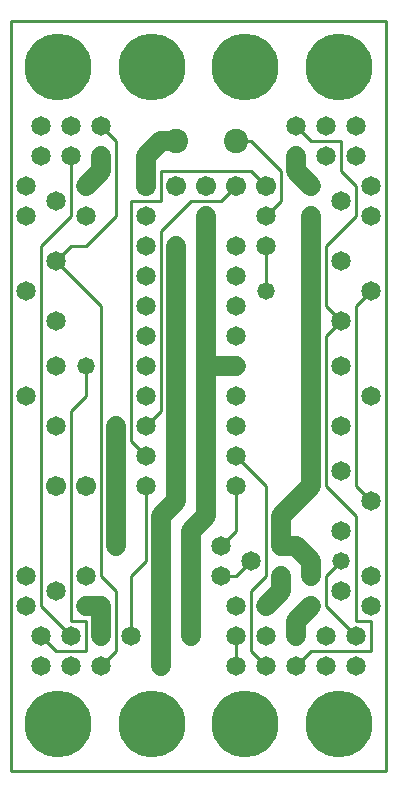
<source format=gtl>
%MOIN*%
%FSLAX25Y25*%
G04 D10 used for Character Trace; *
G04     Circle (OD=.01000) (No hole)*
G04 D11 used for Power Trace; *
G04     Circle (OD=.06700) (No hole)*
G04 D12 used for Signal Trace; *
G04     Circle (OD=.01100) (No hole)*
G04 D13 used for Via; *
G04     Circle (OD=.05800) (Round. Hole ID=.02800)*
G04 D14 used for Component hole; *
G04     Circle (OD=.06500) (Round. Hole ID=.03500)*
G04 D15 used for Component hole; *
G04     Circle (OD=.06700) (Round. Hole ID=.04300)*
G04 D16 used for Component hole; *
G04     Circle (OD=.08100) (Round. Hole ID=.05100)*
G04 D17 used for Component hole; *
G04     Circle (OD=.08900) (Round. Hole ID=.05900)*
G04 D18 used for Component hole; *
G04     Circle (OD=.11300) (Round. Hole ID=.08300)*
G04 D19 used for Component hole; *
G04     Circle (OD=.16000) (Round. Hole ID=.13000)*
G04 D20 used for Component hole; *
G04     Circle (OD=.18300) (Round. Hole ID=.15300)*
G04 D21 used for Component hole; *
G04     Circle (OD=.22291) (Round. Hole ID=.19291)*
%ADD10C,.01000*%
%ADD11C,.06700*%
%ADD12C,.01100*%
%ADD13C,.05800*%
%ADD14C,.06500*%
%ADD15C,.06700*%
%ADD16C,.08100*%
%ADD17C,.08900*%
%ADD18C,.11300*%
%ADD19C,.16000*%
%ADD20C,.18300*%
%ADD21C,.22291*%
%IPPOS*%
%LPD*%
G90*X0Y0D02*D21*X15625Y15625D03*D14*              
X30000Y35000D03*D12*X35000Y40000D01*Y60000D01*    
X30000Y65000D01*Y155000D01*X15000Y170000D01*D14*  
D03*D12*X20000Y175000D01*X25000D01*               
X35000Y185000D01*Y210000D01*X30000Y215000D01*D14* 
D03*X20000Y205000D03*D12*Y185000D01*              
X10000Y175000D01*Y55000D01*X20000Y45000D01*D14*   
D03*D12*X15000Y40000D02*X25000D01*X15000D02*      
X10000Y45000D01*D14*D03*X20000Y35000D03*X10000D03*
D12*X20000Y50000D02*X25000D01*Y40000D01*D14*      
X30000Y45000D03*D11*Y55000D01*X25000D01*D14*D03*  
D12*X20000Y50000D02*Y120000D01*X25000Y125000D01*  
Y135000D01*D13*D03*D14*X15000D03*Y150000D03*      
X45000Y115000D03*D12*X50000Y120000D01*Y180000D01* 
X60000Y190000D01*X70000D01*X75000Y195000D01*D15*  
D03*D12*X85000D02*X80000Y200000D01*D15*           
X85000Y195000D03*D12*Y185000D02*X90000Y190000D01* 
D14*X85000Y185000D03*D12*X90000Y190000D02*        
Y200000D01*X80000Y210000D01*X75000D01*D16*D03*D12*
X50000Y200000D02*X80000D01*X50000Y190000D02*      
Y200000D01*X40000Y190000D02*X50000D01*            
X40000Y110000D02*Y190000D01*X45000Y105000D02*     
X40000Y110000D01*D14*X45000Y105000D03*D13*        
X35000Y115000D03*D11*Y95000D01*D15*D03*D11*       
Y75000D01*D13*D03*D14*X25000Y65000D03*D12*        
X40000D02*X45000Y70000D01*X40000Y45000D02*        
Y65000D01*D14*Y45000D03*X50000Y35000D03*D11*      
Y55000D01*D13*D03*D11*Y85000D01*D13*D03*D11*      
X55000Y90000D01*Y135000D01*D13*D03*D11*Y175000D01*
D13*D03*D14*X65000Y185000D03*D11*Y135000D01*      
Y85000D01*X60000Y80000D01*Y75000D01*D13*D03*D11*  
Y45000D01*D14*D03*X75000Y35000D03*D12*Y45000D01*  
D14*D03*D12*X85000Y35000D02*X80000Y40000D01*D14*  
X85000Y35000D03*D12*X80000Y40000D02*Y60000D01*    
X85000Y65000D01*Y95000D01*X75000Y105000D01*D14*   
D03*Y115000D03*Y95000D03*D12*Y80000D01*           
X70000Y75000D01*D14*D03*X80000Y70000D03*D12*      
X75000Y65000D01*X70000D01*D14*D03*X75000Y55000D03*
X85000D03*D11*X90000Y60000D01*Y65000D01*D14*D03*  
X100000Y55000D03*D11*X95000Y50000D01*Y45000D01*   
D14*D03*D12*Y35000D02*X100000Y40000D01*D14*       
X95000Y35000D03*D12*X100000Y40000D02*X120000D01*  
Y50000D01*X115000D01*Y85000D01*X105000Y95000D01*  
Y145000D01*X110000Y150000D01*D14*D03*D12*         
X105000Y155000D01*Y175000D01*X115000Y185000D01*   
Y195000D01*X110000Y200000D01*Y210000D01*          
X100000D01*X95000Y215000D01*D14*D03*              
X105000Y205000D03*Y215000D03*X95000Y205000D03*D11*
Y200000D01*X100000Y195000D01*D14*D03*             
X110000Y190000D03*X100000Y185000D03*D11*          
Y125000D01*D13*D03*D11*Y95000D01*X90000Y85000D01* 
D13*D03*D11*Y75000D01*D14*D03*D11*X95000D01*      
X100000Y70000D01*Y65000D01*D14*D03*D12*           
X105000Y55000D02*Y65000D01*X115000Y45000D02*      
X105000Y55000D01*D14*X115000Y45000D03*            
X105000Y35000D03*X120000Y55000D03*                
X105000Y45000D03*X115000Y35000D03*                
X110000Y60000D03*X120000Y65000D03*D12*X105000D02* 
X110000Y70000D01*D13*D03*D14*Y80000D03*           
X120000Y90000D03*D12*X115000Y95000D01*Y155000D01* 
X120000Y160000D01*D14*D03*X110000Y170000D03*      
Y135000D03*X120000Y185000D03*X85000Y175000D03*D12*
Y160000D01*D13*D03*D14*X75000Y165000D03*          
Y155000D03*Y145000D03*Y175000D03*D11*             
X65000Y135000D02*X75000D01*D14*D03*Y125000D03*    
X45000Y165000D03*Y155000D03*Y145000D03*Y135000D03*
Y125000D03*X110000Y100000D03*Y115000D03*          
X45000Y95000D03*D12*Y70000D01*D15*X25000Y95000D03*
X15000D03*D14*Y60000D03*X85000Y45000D03*          
X5000Y65000D03*Y55000D03*X15000Y115000D03*D21*    
X46875Y15625D03*X78125D03*D14*X5000Y125000D03*D21*
X109375Y15625D03*D12*X0Y0D02*X125000D01*          
Y250000D01*X0D01*Y0D01*D14*X120000Y125000D03*     
X5000Y160000D03*X45000Y175000D03*Y185000D03*      
X25000D03*X5000D03*X15000Y190000D03*              
X120000Y195000D03*D15*X65000D03*X55000D03*        
X45000D03*D11*Y205000D01*X50000Y210000D01*        
X55000D01*D16*D03*D21*X78125Y234375D03*D14*       
X30000Y205000D03*D11*Y200000D01*X25000Y195000D01* 
D14*D03*X10000Y205000D03*X5000Y195000D03*         
X20000Y215000D03*X10000D03*D21*X46875Y234375D03*  
X15625D03*X109375D03*D14*X115000Y205000D03*       
Y215000D03*M02*                                   

</source>
